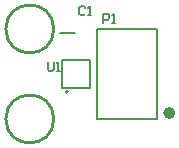
<source format=gto>
G04*
G04 #@! TF.GenerationSoftware,Altium Limited,Altium Designer,19.1.5 (86)*
G04*
G04 Layer_Color=65535*
%FSLAX25Y25*%
%MOIN*%
G70*
G01*
G75*
%ADD10C,0.01000*%
%ADD11C,0.01968*%
%ADD12C,0.00787*%
%ADD13C,0.00500*%
D10*
X18000Y10000D02*
G03*
X18000Y10000I-8000J0D01*
G01*
Y40000D02*
G03*
X18000Y40000I-8000J0D01*
G01*
D11*
X57501Y11999D02*
G03*
X57501Y11999I-1001J0D01*
G01*
D12*
X22744Y19094D02*
G03*
X22744Y19094I-394J0D01*
G01*
X52500Y20833D02*
Y40000D01*
Y10000D02*
Y40000D01*
X32500Y10000D02*
Y40000D01*
Y10000D02*
X52500D01*
X32500Y40000D02*
X52500D01*
X20000Y38500D02*
X25000D01*
D13*
X20776Y20197D02*
X30224D01*
X20776D02*
Y29803D01*
X30224D01*
Y20197D02*
Y29803D01*
X34500Y42000D02*
Y44999D01*
X36000D01*
X36499Y44499D01*
Y43499D01*
X36000Y43000D01*
X34500D01*
X37499Y42000D02*
X38499D01*
X37999D01*
Y44999D01*
X37499Y44499D01*
X28499Y46999D02*
X27999Y47499D01*
X27000D01*
X26500Y46999D01*
Y45000D01*
X27000Y44500D01*
X27999D01*
X28499Y45000D01*
X29499Y44500D02*
X30499D01*
X29999D01*
Y47499D01*
X29499Y46999D01*
X16000Y28999D02*
Y26500D01*
X16500Y26000D01*
X17500D01*
X17999Y26500D01*
Y28999D01*
X18999Y26000D02*
X19999D01*
X19499D01*
Y28999D01*
X18999Y28499D01*
M02*

</source>
